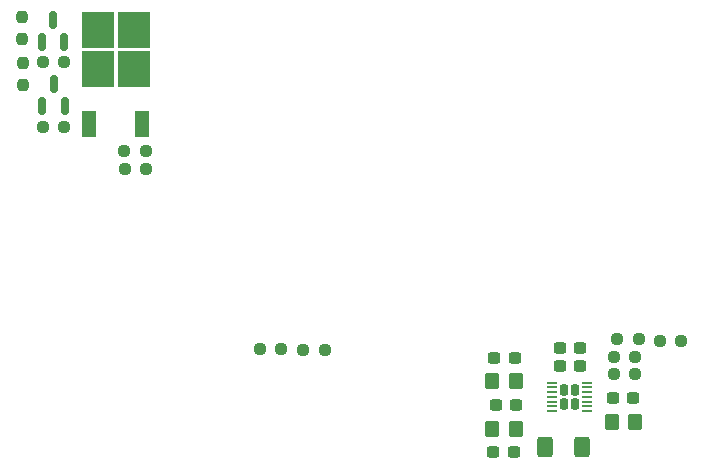
<source format=gbr>
%TF.GenerationSoftware,KiCad,Pcbnew,(6.0.1)*%
%TF.CreationDate,2022-03-24T21:22:16+00:00*%
%TF.ProjectId,isopod_distro,69736f70-6f64-45f6-9469-7374726f2e6b,rev?*%
%TF.SameCoordinates,Original*%
%TF.FileFunction,Paste,Top*%
%TF.FilePolarity,Positive*%
%FSLAX46Y46*%
G04 Gerber Fmt 4.6, Leading zero omitted, Abs format (unit mm)*
G04 Created by KiCad (PCBNEW (6.0.1)) date 2022-03-24 21:22:16*
%MOMM*%
%LPD*%
G01*
G04 APERTURE LIST*
G04 Aperture macros list*
%AMRoundRect*
0 Rectangle with rounded corners*
0 $1 Rounding radius*
0 $2 $3 $4 $5 $6 $7 $8 $9 X,Y pos of 4 corners*
0 Add a 4 corners polygon primitive as box body*
4,1,4,$2,$3,$4,$5,$6,$7,$8,$9,$2,$3,0*
0 Add four circle primitives for the rounded corners*
1,1,$1+$1,$2,$3*
1,1,$1+$1,$4,$5*
1,1,$1+$1,$6,$7*
1,1,$1+$1,$8,$9*
0 Add four rect primitives between the rounded corners*
20,1,$1+$1,$2,$3,$4,$5,0*
20,1,$1+$1,$4,$5,$6,$7,0*
20,1,$1+$1,$6,$7,$8,$9,0*
20,1,$1+$1,$8,$9,$2,$3,0*%
G04 Aperture macros list end*
%ADD10RoundRect,0.150000X0.150000X-0.587500X0.150000X0.587500X-0.150000X0.587500X-0.150000X-0.587500X0*%
%ADD11RoundRect,0.237500X-0.250000X-0.237500X0.250000X-0.237500X0.250000X0.237500X-0.250000X0.237500X0*%
%ADD12RoundRect,0.237500X-0.300000X-0.237500X0.300000X-0.237500X0.300000X0.237500X-0.300000X0.237500X0*%
%ADD13RoundRect,0.237500X0.237500X-0.250000X0.237500X0.250000X-0.237500X0.250000X-0.237500X-0.250000X0*%
%ADD14RoundRect,0.250000X-0.400000X-0.625000X0.400000X-0.625000X0.400000X0.625000X-0.400000X0.625000X0*%
%ADD15RoundRect,0.237500X0.300000X0.237500X-0.300000X0.237500X-0.300000X-0.237500X0.300000X-0.237500X0*%
%ADD16RoundRect,0.250000X0.350000X0.450000X-0.350000X0.450000X-0.350000X-0.450000X0.350000X-0.450000X0*%
%ADD17RoundRect,0.237500X0.250000X0.237500X-0.250000X0.237500X-0.250000X-0.237500X0.250000X-0.237500X0*%
%ADD18RoundRect,0.250000X-0.350000X-0.450000X0.350000X-0.450000X0.350000X0.450000X-0.350000X0.450000X0*%
%ADD19R,2.750000X3.050000*%
%ADD20R,1.200000X2.200000*%
%ADD21RoundRect,0.180000X-0.180000X-0.295000X0.180000X-0.295000X0.180000X0.295000X-0.180000X0.295000X0*%
%ADD22RoundRect,0.050000X-0.337500X-0.050000X0.337500X-0.050000X0.337500X0.050000X-0.337500X0.050000X0*%
%ADD23RoundRect,0.237500X-0.237500X0.250000X-0.237500X-0.250000X0.237500X-0.250000X0.237500X0.250000X0*%
G04 APERTURE END LIST*
D10*
%TO.C,Q2*%
X152800000Y-116187500D03*
X154700000Y-116187500D03*
X153750000Y-114312500D03*
%TD*%
D11*
%TO.C,R11*%
X152837500Y-112500000D03*
X154662500Y-112500000D03*
%TD*%
D12*
%TO.C,C1*%
X196600000Y-138200000D03*
X198325000Y-138200000D03*
%TD*%
D13*
%TO.C,R12*%
X151112500Y-110475000D03*
X151112500Y-108650000D03*
%TD*%
D10*
%TO.C,Q3*%
X152750000Y-110750000D03*
X154650000Y-110750000D03*
X153700000Y-108875000D03*
%TD*%
D14*
%TO.C,R4*%
X195400000Y-145100000D03*
X198500000Y-145100000D03*
%TD*%
D15*
%TO.C,C5*%
X192900000Y-141500000D03*
X191175000Y-141500000D03*
%TD*%
D11*
%TO.C,R8*%
X171200000Y-136800000D03*
X173025000Y-136800000D03*
%TD*%
D16*
%TO.C,R1*%
X203000000Y-142900000D03*
X201000000Y-142900000D03*
%TD*%
D17*
%TO.C,R5*%
X161575000Y-120000000D03*
X159750000Y-120000000D03*
%TD*%
D12*
%TO.C,C4*%
X201100000Y-140900000D03*
X202825000Y-140900000D03*
%TD*%
D18*
%TO.C,R2*%
X190900000Y-139500000D03*
X192900000Y-139500000D03*
%TD*%
%TO.C,R3*%
X190900000Y-143500000D03*
X192900000Y-143500000D03*
%TD*%
D12*
%TO.C,C3*%
X191075000Y-137500000D03*
X192800000Y-137500000D03*
%TD*%
D15*
%TO.C,C6*%
X192700000Y-145500000D03*
X190975000Y-145500000D03*
%TD*%
D17*
%TO.C,R7*%
X176712500Y-136810000D03*
X174887500Y-136810000D03*
%TD*%
D19*
%TO.C,Q1*%
X160525000Y-109725000D03*
X157475000Y-113075000D03*
X160525000Y-113075000D03*
X157475000Y-109725000D03*
D20*
X156720000Y-117700000D03*
X161280000Y-117700000D03*
%TD*%
D21*
%TO.C,U1*%
X197010000Y-141400000D03*
X197900000Y-140220000D03*
X197900000Y-141400000D03*
X197010000Y-140220000D03*
D22*
X195967500Y-139610000D03*
X195967500Y-140010000D03*
X195967500Y-140410000D03*
X195967500Y-140810000D03*
X195967500Y-141210000D03*
X195967500Y-141610000D03*
X195967500Y-142010000D03*
X198942500Y-142010000D03*
X198942500Y-141610000D03*
X198942500Y-141210000D03*
X198942500Y-140810000D03*
X198942500Y-140410000D03*
X198942500Y-140010000D03*
X198942500Y-139610000D03*
%TD*%
D17*
%TO.C,R14*%
X203012500Y-138900000D03*
X201187500Y-138900000D03*
%TD*%
%TO.C,R16*%
X203300000Y-135900000D03*
X201475000Y-135900000D03*
%TD*%
D11*
%TO.C,R9*%
X152837500Y-118000000D03*
X154662500Y-118000000D03*
%TD*%
D17*
%TO.C,R6*%
X161600000Y-121500000D03*
X159775000Y-121500000D03*
%TD*%
D23*
%TO.C,R10*%
X151200000Y-112575000D03*
X151200000Y-114400000D03*
%TD*%
D17*
%TO.C,R13*%
X206912500Y-136100000D03*
X205087500Y-136100000D03*
%TD*%
D12*
%TO.C,C2*%
X196600000Y-136700000D03*
X198325000Y-136700000D03*
%TD*%
D17*
%TO.C,R15*%
X203012500Y-137400000D03*
X201187500Y-137400000D03*
%TD*%
M02*

</source>
